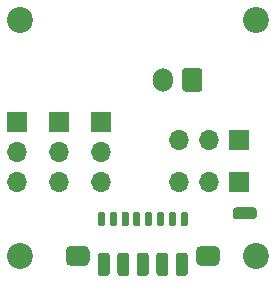
<source format=gbr>
%TF.GenerationSoftware,KiCad,Pcbnew,(5.1.9)-1*%
%TF.CreationDate,2021-08-13T14:48:15+01:00*%
%TF.ProjectId,5-servos,352d7365-7276-46f7-932e-6b696361645f,rev?*%
%TF.SameCoordinates,Original*%
%TF.FileFunction,Soldermask,Top*%
%TF.FilePolarity,Negative*%
%FSLAX46Y46*%
G04 Gerber Fmt 4.6, Leading zero omitted, Abs format (unit mm)*
G04 Created by KiCad (PCBNEW (5.1.9)-1) date 2021-08-13 14:48:15*
%MOMM*%
%LPD*%
G01*
G04 APERTURE LIST*
%ADD10O,1.700000X1.700000*%
%ADD11R,1.700000X1.700000*%
%ADD12O,1.700000X2.000000*%
%ADD13C,2.200000*%
G04 APERTURE END LIST*
%TO.C,J13*%
G36*
G01*
X179820000Y-158869000D02*
X178320000Y-158869000D01*
G75*
G02*
X178070000Y-158619000I0J250000D01*
G01*
X178070000Y-158119000D01*
G75*
G02*
X178320000Y-157869000I250000J0D01*
G01*
X179820000Y-157869000D01*
G75*
G02*
X180070000Y-158119000I0J-250000D01*
G01*
X180070000Y-158619000D01*
G75*
G02*
X179820000Y-158869000I-250000J0D01*
G01*
G37*
%TD*%
%TO.C,J1*%
G36*
G01*
X174945800Y-162400800D02*
X174945800Y-161550800D01*
G75*
G02*
X175370800Y-161125800I425000J0D01*
G01*
X176520800Y-161125800D01*
G75*
G02*
X176945800Y-161550800I0J-425000D01*
G01*
X176945800Y-162400800D01*
G75*
G02*
X176520800Y-162825800I-425000J0D01*
G01*
X175370800Y-162825800D01*
G75*
G02*
X174945800Y-162400800I0J425000D01*
G01*
G37*
G36*
G01*
X163922200Y-162400800D02*
X163922200Y-161550800D01*
G75*
G02*
X164347200Y-161125800I425000J0D01*
G01*
X165497200Y-161125800D01*
G75*
G02*
X165922200Y-161550800I0J-425000D01*
G01*
X165922200Y-162400800D01*
G75*
G02*
X165497200Y-162825800I-425000J0D01*
G01*
X164347200Y-162825800D01*
G75*
G02*
X163922200Y-162400800I0J425000D01*
G01*
G37*
G36*
G01*
X166634000Y-159328000D02*
X166634000Y-158378000D01*
G75*
G02*
X166784000Y-158228000I150000J0D01*
G01*
X167084000Y-158228000D01*
G75*
G02*
X167234000Y-158378000I0J-150000D01*
G01*
X167234000Y-159328000D01*
G75*
G02*
X167084000Y-159478000I-150000J0D01*
G01*
X166784000Y-159478000D01*
G75*
G02*
X166634000Y-159328000I0J150000D01*
G01*
G37*
G36*
G01*
X167634000Y-159328000D02*
X167634000Y-158378000D01*
G75*
G02*
X167784000Y-158228000I150000J0D01*
G01*
X168084000Y-158228000D01*
G75*
G02*
X168234000Y-158378000I0J-150000D01*
G01*
X168234000Y-159328000D01*
G75*
G02*
X168084000Y-159478000I-150000J0D01*
G01*
X167784000Y-159478000D01*
G75*
G02*
X167634000Y-159328000I0J150000D01*
G01*
G37*
G36*
G01*
X168634000Y-159328000D02*
X168634000Y-158378000D01*
G75*
G02*
X168784000Y-158228000I150000J0D01*
G01*
X169084000Y-158228000D01*
G75*
G02*
X169234000Y-158378000I0J-150000D01*
G01*
X169234000Y-159328000D01*
G75*
G02*
X169084000Y-159478000I-150000J0D01*
G01*
X168784000Y-159478000D01*
G75*
G02*
X168634000Y-159328000I0J150000D01*
G01*
G37*
G36*
G01*
X169634000Y-159328000D02*
X169634000Y-158378000D01*
G75*
G02*
X169784000Y-158228000I150000J0D01*
G01*
X170084000Y-158228000D01*
G75*
G02*
X170234000Y-158378000I0J-150000D01*
G01*
X170234000Y-159328000D01*
G75*
G02*
X170084000Y-159478000I-150000J0D01*
G01*
X169784000Y-159478000D01*
G75*
G02*
X169634000Y-159328000I0J150000D01*
G01*
G37*
G36*
G01*
X170634000Y-159328000D02*
X170634000Y-158378000D01*
G75*
G02*
X170784000Y-158228000I150000J0D01*
G01*
X171084000Y-158228000D01*
G75*
G02*
X171234000Y-158378000I0J-150000D01*
G01*
X171234000Y-159328000D01*
G75*
G02*
X171084000Y-159478000I-150000J0D01*
G01*
X170784000Y-159478000D01*
G75*
G02*
X170634000Y-159328000I0J150000D01*
G01*
G37*
G36*
G01*
X171634000Y-159328000D02*
X171634000Y-158378000D01*
G75*
G02*
X171784000Y-158228000I150000J0D01*
G01*
X172084000Y-158228000D01*
G75*
G02*
X172234000Y-158378000I0J-150000D01*
G01*
X172234000Y-159328000D01*
G75*
G02*
X172084000Y-159478000I-150000J0D01*
G01*
X171784000Y-159478000D01*
G75*
G02*
X171634000Y-159328000I0J150000D01*
G01*
G37*
G36*
G01*
X172634000Y-159328000D02*
X172634000Y-158378000D01*
G75*
G02*
X172784000Y-158228000I150000J0D01*
G01*
X173084000Y-158228000D01*
G75*
G02*
X173234000Y-158378000I0J-150000D01*
G01*
X173234000Y-159328000D01*
G75*
G02*
X173084000Y-159478000I-150000J0D01*
G01*
X172784000Y-159478000D01*
G75*
G02*
X172634000Y-159328000I0J150000D01*
G01*
G37*
G36*
G01*
X173634000Y-159328000D02*
X173634000Y-158378000D01*
G75*
G02*
X173784000Y-158228000I150000J0D01*
G01*
X174084000Y-158228000D01*
G75*
G02*
X174234000Y-158378000I0J-150000D01*
G01*
X174234000Y-159328000D01*
G75*
G02*
X174084000Y-159478000I-150000J0D01*
G01*
X173784000Y-159478000D01*
G75*
G02*
X173634000Y-159328000I0J150000D01*
G01*
G37*
%TD*%
D10*
%TO.C,J10*%
X159766000Y-155702000D03*
X159766000Y-153162000D03*
D11*
X159766000Y-150622000D03*
%TD*%
D10*
%TO.C,J5*%
X163322000Y-155702000D03*
X163322000Y-153162000D03*
D11*
X163322000Y-150622000D03*
%TD*%
D10*
%TO.C,J4*%
X166878000Y-155702000D03*
X166878000Y-153162000D03*
D11*
X166878000Y-150622000D03*
%TD*%
D10*
%TO.C,J3*%
X173482000Y-152146000D03*
X176022000Y-152146000D03*
D11*
X178562000Y-152146000D03*
%TD*%
%TO.C,J12*%
G36*
G01*
X166632000Y-163437000D02*
X166632000Y-161937000D01*
G75*
G02*
X166882000Y-161687000I250000J0D01*
G01*
X167382000Y-161687000D01*
G75*
G02*
X167632000Y-161937000I0J-250000D01*
G01*
X167632000Y-163437000D01*
G75*
G02*
X167382000Y-163687000I-250000J0D01*
G01*
X166882000Y-163687000D01*
G75*
G02*
X166632000Y-163437000I0J250000D01*
G01*
G37*
%TD*%
%TO.C,J11*%
G36*
G01*
X168283000Y-163437000D02*
X168283000Y-161937000D01*
G75*
G02*
X168533000Y-161687000I250000J0D01*
G01*
X169033000Y-161687000D01*
G75*
G02*
X169283000Y-161937000I0J-250000D01*
G01*
X169283000Y-163437000D01*
G75*
G02*
X169033000Y-163687000I-250000J0D01*
G01*
X168533000Y-163687000D01*
G75*
G02*
X168283000Y-163437000I0J250000D01*
G01*
G37*
%TD*%
D10*
%TO.C,J2*%
X173482000Y-155702000D03*
X176022000Y-155702000D03*
D11*
X178562000Y-155702000D03*
%TD*%
D12*
%TO.C,J6*%
X172125000Y-147066000D03*
G36*
G01*
X175475000Y-146316000D02*
X175475000Y-147816000D01*
G75*
G02*
X175225000Y-148066000I-250000J0D01*
G01*
X174025000Y-148066000D01*
G75*
G02*
X173775000Y-147816000I0J250000D01*
G01*
X173775000Y-146316000D01*
G75*
G02*
X174025000Y-146066000I250000J0D01*
G01*
X175225000Y-146066000D01*
G75*
G02*
X175475000Y-146316000I0J-250000D01*
G01*
G37*
%TD*%
%TO.C,J9*%
G36*
G01*
X169934000Y-163437000D02*
X169934000Y-161937000D01*
G75*
G02*
X170184000Y-161687000I250000J0D01*
G01*
X170684000Y-161687000D01*
G75*
G02*
X170934000Y-161937000I0J-250000D01*
G01*
X170934000Y-163437000D01*
G75*
G02*
X170684000Y-163687000I-250000J0D01*
G01*
X170184000Y-163687000D01*
G75*
G02*
X169934000Y-163437000I0J250000D01*
G01*
G37*
%TD*%
%TO.C,J8*%
G36*
G01*
X171585000Y-163437000D02*
X171585000Y-161937000D01*
G75*
G02*
X171835000Y-161687000I250000J0D01*
G01*
X172335000Y-161687000D01*
G75*
G02*
X172585000Y-161937000I0J-250000D01*
G01*
X172585000Y-163437000D01*
G75*
G02*
X172335000Y-163687000I-250000J0D01*
G01*
X171835000Y-163687000D01*
G75*
G02*
X171585000Y-163437000I0J250000D01*
G01*
G37*
%TD*%
%TO.C,J7*%
G36*
G01*
X173236000Y-163437000D02*
X173236000Y-161937000D01*
G75*
G02*
X173486000Y-161687000I250000J0D01*
G01*
X173986000Y-161687000D01*
G75*
G02*
X174236000Y-161937000I0J-250000D01*
G01*
X174236000Y-163437000D01*
G75*
G02*
X173986000Y-163687000I-250000J0D01*
G01*
X173486000Y-163687000D01*
G75*
G02*
X173236000Y-163437000I0J250000D01*
G01*
G37*
%TD*%
D13*
%TO.C,H4*%
X180000000Y-162000000D03*
%TD*%
%TO.C,H3*%
X180000000Y-142000000D03*
%TD*%
%TO.C,H2*%
X160000000Y-162000000D03*
%TD*%
%TO.C,H1*%
X160000000Y-142000000D03*
%TD*%
M02*

</source>
